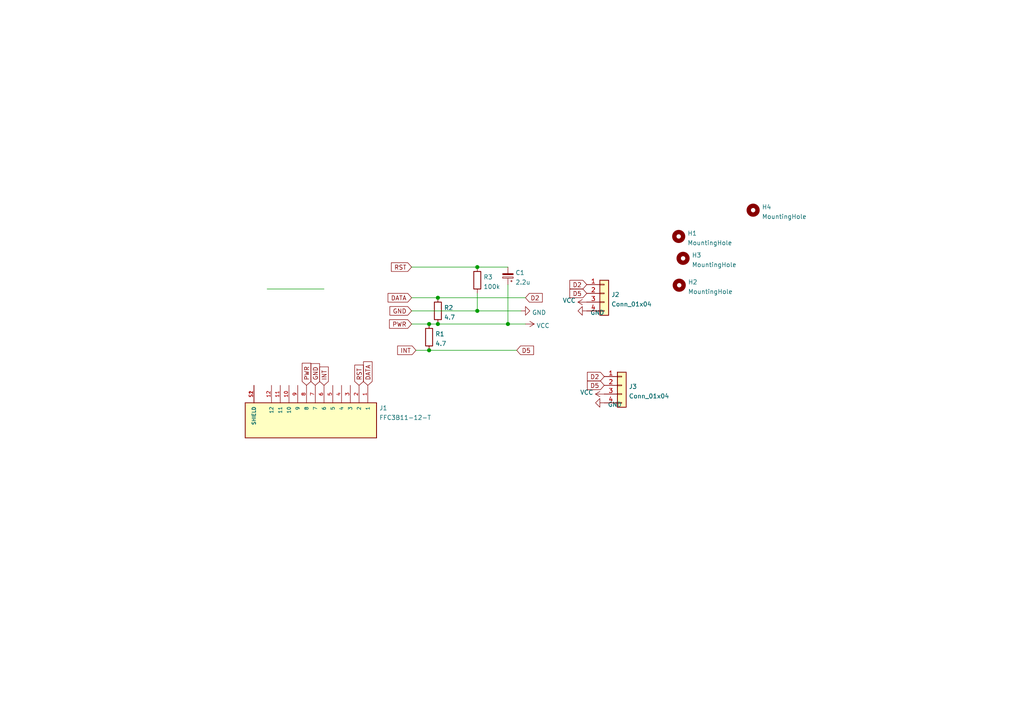
<source format=kicad_sch>
(kicad_sch (version 20210621) (generator eeschema)
  (paper "A4")
  (lib_symbols
    (symbol "Connector_Generic:Conn_01x04" (pin_names (offset 1.016) hide)
      (property "Reference" "J" (at 0 5.08 0))
      (property "Value" "Conn_01x04" (at 0 -7.62 0))
      (symbol "Conn_01x04_1_1"
        (rectangle (start -1.27 -4.953) (end 0 -5.207) (stroke (width 0.1524)))
        (rectangle (start -1.27 -2.413) (end 0 -2.667) (stroke (width 0.1524)))
        (rectangle (start -1.27 0.127) (end 0 -0.127) (stroke (width 0.1524)))
        (rectangle (start -1.27 2.667) (end 0 2.413) (stroke (width 0.1524)))
        (rectangle (start -1.27 3.81) (end 1.27 -6.35) (stroke (width 0.254)) (fill (type background)))
        (pin passive line (at -5.08 2.54 0) (length 3.81) (name "Pin_1") (number "1"))
        (pin passive line (at -5.08 0 0) (length 3.81) (name "Pin_2") (number "2"))
        (pin passive line (at -5.08 -2.54 0) (length 3.81) (name "Pin_3") (number "3"))
        (pin passive line (at -5.08 -5.08 0) (length 3.81) (name "Pin_4") (number "4"))
      )
    )
    (symbol "Device:C_Polarized_Small" (pin_numbers hide) (pin_names (offset 0.254) hide)
      (property "Reference" "C" (at 0.254 1.778 0))
      (property "Value" "C_Polarized_Small" (at 0.254 -2.032 0))
      (symbol "C_Polarized_Small_0_1"
        (rectangle (start -1.524 0.6858) (end 1.524 0.3048))
        (rectangle (start -1.524 -0.3048) (end 1.524 -0.6858) (fill (type outline)))
        (polyline (pts (xy -1.27 1.524) (xy -0.762 1.524)))
        (polyline (pts (xy -1.016 1.27) (xy -1.016 1.778)))
      )
      (symbol "C_Polarized_Small_1_1"
        (pin passive line (at 0 2.54 270) (length 1.8542) (name "~") (number "1"))
        (pin passive line (at 0 -2.54 90) (length 1.8542) (name "~") (number "2"))
      )
    )
    (symbol "Device:R" (pin_numbers hide) (pin_names (offset 0))
      (property "Reference" "R" (at 2.032 0 90))
      (property "Value" "R" (at 0 0 90))
      (symbol "R_0_1"
        (rectangle (start -1.016 -2.54) (end 1.016 2.54) (stroke (width 0.254)))
      )
      (symbol "R_1_1"
        (pin passive line (at 0 3.81 270) (length 1.27) (name "~") (number "1"))
        (pin passive line (at 0 -3.81 90) (length 1.27) (name "~") (number "2"))
      )
    )
    (symbol "FFC3B11-12-T:FFC3B11-12-T" (pin_names (offset 1.016))
      (property "Reference" "J" (at -5.08 18.542 0))
      (property "Value" "FFC3B11-12-T" (at -5.08 -22.86 0))
      (symbol "FFC3B11-12-T_0_0"
        (rectangle (start -5.08 -20.32) (end 5.08 17.78) (stroke (width 0.254)) (fill (type background)))
        (pin passive line (at -10.16 15.24 0) (length 5.08) (name "1") (number "1"))
        (pin passive line (at -10.16 -7.62 0) (length 5.08) (name "10") (number "10"))
        (pin passive line (at -10.16 -10.16 0) (length 5.08) (name "11") (number "11"))
        (pin passive line (at -10.16 -12.7 0) (length 5.08) (name "12") (number "12"))
        (pin passive line (at -10.16 12.7 0) (length 5.08) (name "2") (number "2"))
        (pin passive line (at -10.16 10.16 0) (length 5.08) (name "3") (number "3"))
        (pin passive line (at -10.16 7.62 0) (length 5.08) (name "4") (number "4"))
        (pin passive line (at -10.16 5.08 0) (length 5.08) (name "5") (number "5"))
        (pin passive line (at -10.16 2.54 0) (length 5.08) (name "6") (number "6"))
        (pin passive line (at -10.16 0 0) (length 5.08) (name "7") (number "7"))
        (pin passive line (at -10.16 -2.54 0) (length 5.08) (name "8") (number "8"))
        (pin passive line (at -10.16 -5.08 0) (length 5.08) (name "9") (number "9"))
        (pin passive line (at -10.16 -17.78 0) (length 5.08) (name "SHIELD") (number "S1"))
        (pin passive line (at -10.16 -17.78 0) (length 5.08) (name "SHIELD") (number "S2"))
      )
    )
    (symbol "Mechanical:MountingHole" (pin_names (offset 1.016))
      (property "Reference" "H" (at 0 5.08 0))
      (property "Value" "MountingHole" (at 0 3.175 0))
      (symbol "MountingHole_0_1"
        (circle (center 0 0) (radius 1.27) (stroke (width 1.27)))
      )
    )
    (symbol "power:GND" (power) (pin_names (offset 0))
      (property "Value" "GND" (at 0 -3.81 0))
      (symbol "GND_0_1"
        (polyline (pts (xy 0 0) (xy 0 -1.27) (xy 1.27 -1.27) (xy 0 -2.54) (xy -1.27 -1.27) (xy 0 -1.27)))
      )
      (symbol "GND_1_1"
        (pin power_in line (at 0 0 270) (length 0) hide (name "GND") (number "1"))
      )
    )
    (symbol "power:VCC" (power) (pin_names (offset 0))
      (property "Value" "VCC" (at 0 3.81 0))
      (symbol "VCC_0_1"
        (polyline (pts (xy -0.762 1.27) (xy 0 2.54)))
        (polyline (pts (xy 0 0) (xy 0 2.54)))
        (polyline (pts (xy 0 2.54) (xy 0.762 1.27)))
      )
      (symbol "VCC_1_1"
        (pin power_in line (at 0 0 90) (length 0) hide (name "VCC") (number "1"))
      )
    )
  )
  (junction (at 124.46 93.98) (diameter 1.016))
  (junction (at 124.46 101.6) (diameter 1.016))
  (junction (at 127 86.36) (diameter 1.016))
  (junction (at 127 93.98) (diameter 1.016))
  (junction (at 138.43 77.47) (diameter 1.016))
  (junction (at 138.43 90.17) (diameter 1.016))
  (junction (at 147.32 93.98) (diameter 1.016))
  (wire (pts (xy 77.47 83.82) (xy 93.98 83.82)))
  (wire (pts (xy 119.38 77.47) (xy 138.43 77.47)))
  (wire (pts (xy 119.38 86.36) (xy 127 86.36)))
  (wire (pts (xy 119.38 90.17) (xy 138.43 90.17)))
  (wire (pts (xy 119.38 93.98) (xy 124.46 93.98)))
  (wire (pts (xy 120.65 101.6) (xy 124.46 101.6)))
  (wire (pts (xy 124.46 93.98) (xy 127 93.98)))
  (wire (pts (xy 124.46 101.6) (xy 149.86 101.6)))
  (wire (pts (xy 127 86.36) (xy 152.4 86.36)))
  (wire (pts (xy 127 93.98) (xy 147.32 93.98)))
  (wire (pts (xy 138.43 77.47) (xy 147.32 77.47)))
  (wire (pts (xy 138.43 85.09) (xy 138.43 90.17)))
  (wire (pts (xy 138.43 90.17) (xy 151.13 90.17)))
  (wire (pts (xy 147.32 82.55) (xy 147.32 93.98)))
  (wire (pts (xy 147.32 93.98) (xy 152.4 93.98)))
  (global_label "PWR" (shape input) (at 88.9 111.76 90) (property "Intersheet References" "${INTERSHEET_REFS}" (effects hide)))
  (global_label "GND" (shape input) (at 91.44 111.76 90) (property "Intersheet References" "${INTERSHEET_REFS}" (effects hide)))
  (global_label "INT" (shape input) (at 93.98 111.76 90) (property "Intersheet References" "${INTERSHEET_REFS}" (effects hide)))
  (global_label "RST" (shape input) (at 104.14 111.76 90) (property "Intersheet References" "${INTERSHEET_REFS}" (effects hide)))
  (global_label "DATA" (shape input) (at 106.68 111.76 90) (property "Intersheet References" "${INTERSHEET_REFS}" (effects hide)))
  (global_label "RST" (shape input) (at 119.38 77.47 180) (property "Intersheet References" "${INTERSHEET_REFS}" (effects hide)))
  (global_label "DATA" (shape input) (at 119.38 86.36 180) (property "Intersheet References" "${INTERSHEET_REFS}" (effects hide)))
  (global_label "GND" (shape input) (at 119.38 90.17 180) (property "Intersheet References" "${INTERSHEET_REFS}" (effects hide)))
  (global_label "PWR" (shape input) (at 119.38 93.98 180) (property "Intersheet References" "${INTERSHEET_REFS}" (effects hide)))
  (global_label "INT" (shape input) (at 120.65 101.6 180) (property "Intersheet References" "${INTERSHEET_REFS}" (effects hide)))
  (global_label "D5" (shape input) (at 149.86 101.6 0) (property "Intersheet References" "${INTERSHEET_REFS}" (effects hide)))
  (global_label "D2" (shape input) (at 152.4 86.36 0) (property "Intersheet References" "${INTERSHEET_REFS}" (effects hide)))
  (global_label "D2" (shape input) (at 170.18 82.55 180) (property "Intersheet References" "${INTERSHEET_REFS}" (effects hide)))
  (global_label "D5" (shape input) (at 170.18 85.09 180) (property "Intersheet References" "${INTERSHEET_REFS}" (effects hide)))
  (global_label "D2" (shape input) (at 175.26 109.22 180) (property "Intersheet References" "${INTERSHEET_REFS}" (effects hide)))
  (global_label "D5" (shape input) (at 175.26 111.76 180) (property "Intersheet References" "${INTERSHEET_REFS}" (effects hide)))
  (symbol (lib_id "power:VCC") (at 152.4 93.98 270) (unit 1)
    (property "Reference" "#PWR02" (effects hide))
    (property "Value" "VCC" (at 155.5751 94.459 90) (effects (justify left)))
  )
  (symbol (lib_id "power:VCC") (at 170.18 87.63 90) (unit 1)
    (property "Reference" "#PWR03" (effects hide))
    (property "Value" "VCC" (at 167.0049 87.151 90) (effects (justify left)))
  )
  (symbol (lib_id "power:VCC") (at 175.26 114.3 90) (unit 1)
    (property "Reference" "#PWR05" (effects hide))
    (property "Value" "VCC" (at 172.0849 113.821 90) (effects (justify left)))
  )
  (symbol (lib_id "power:GND") (at 151.13 90.17 90) (unit 1)
    (property "Reference" "#PWR01" (effects hide))
    (property "Value" "GND" (at 154.3051 90.649 90) (effects (justify right)))
  )
  (symbol (lib_id "power:GND") (at 170.18 90.17 270) (unit 1)
    (property "Reference" "#PWR04" (effects hide))
    (property "Value" "GND" (at 171.1961 90.649 90) (effects (justify left)))
  )
  (symbol (lib_id "power:GND") (at 175.26 116.84 270) (unit 1)
    (property "Reference" "#PWR06" (effects hide))
    (property "Value" "GND" (at 176.2761 117.319 90) (effects (justify left)))
  )
  (symbol (lib_id "Mechanical:MountingHole") (at 196.85 68.58 0) (unit 1)
    (property "Reference" "H1" (at 199.3901 67.6715 0) (effects (justify left)))
    (property "Value" "MountingHole" (at 199.3901 70.4466 0) (effects (justify left)))
    (property "Footprint" "MountingHole:MountingHole_2.2mm_M2" (effects hide))
  )
  (symbol (lib_id "Mechanical:MountingHole") (at 197.0041 82.7261 0) (unit 1)
    (property "Reference" "H2" (at 199.5442 81.8176 0) (effects (justify left)))
    (property "Value" "MountingHole" (at 199.5442 84.5927 0) (effects (justify left)))
    (property "Footprint" "MountingHole:MountingHole_2.2mm_M2" (effects hide))
  )
  (symbol (lib_id "Mechanical:MountingHole") (at 198.12 74.93 0) (unit 1)
    (property "Reference" "H3" (at 200.6601 74.0215 0) (effects (justify left)))
    (property "Value" "MountingHole" (at 200.6601 76.7966 0) (effects (justify left)))
    (property "Footprint" "MountingHole:MountingHole_2.2mm_M2" (effects hide))
  )
  (symbol (lib_id "Mechanical:MountingHole") (at 218.44 60.96 0) (unit 1)
    (property "Reference" "H4" (at 220.9801 60.0515 0) (effects (justify left)))
    (property "Value" "MountingHole" (at 220.9801 62.8266 0) (effects (justify left)))
    (property "Footprint" "MountingHole:MountingHole_2.2mm_M2" (effects hide))
  )
  (symbol (lib_id "Device:C_Polarized_Small") (at 147.32 80.01 180) (unit 1)
    (property "Reference" "C1" (at 149.4791 79.1015 0) (effects (justify right)))
    (property "Value" "2.2u" (at 149.4791 81.8766 0) (effects (justify right)))
    (property "Footprint" "Capacitor_SMD:C_0805_2012Metric_Pad1.18x1.45mm_HandSolder" (effects hide))
  )
  (symbol (lib_id "Device:R") (at 124.46 97.79 0) (unit 1)
    (property "Reference" "R1" (at 126.2381 96.8815 0) (effects (justify left)))
    (property "Value" "4.7" (at 126.2381 99.6566 0) (effects (justify left)))
    (property "Footprint" "Resistor_SMD:R_0805_2012Metric_Pad1.20x1.40mm_HandSolder" (effects hide))
  )
  (symbol (lib_id "Device:R") (at 127 90.17 0) (unit 1)
    (property "Reference" "R2" (at 128.7781 89.2615 0) (effects (justify left)))
    (property "Value" "4.7" (at 128.7781 92.0366 0) (effects (justify left)))
    (property "Footprint" "Resistor_SMD:R_0805_2012Metric_Pad1.20x1.40mm_HandSolder" (effects hide))
  )
  (symbol (lib_id "Device:R") (at 138.43 81.28 0) (unit 1)
    (property "Reference" "R3" (at 140.2081 80.3715 0) (effects (justify left)))
    (property "Value" "100k" (at 140.2081 83.1466 0) (effects (justify left)))
    (property "Footprint" "Resistor_SMD:R_0805_2012Metric_Pad1.20x1.40mm_HandSolder" (effects hide))
  )
  (symbol (lib_id "Connector_Generic:Conn_01x04") (at 175.26 85.09 0) (unit 1)
    (property "Reference" "J2" (at 177.2921 85.4515 0) (effects (justify left)))
    (property "Value" "Conn_01x04" (at 177.2921 88.2266 0) (effects (justify left)))
    (property "Footprint" "Connector_PinHeader_2.54mm:PinHeader_1x04_P2.54mm_Vertical" (effects hide))
  )
  (symbol (lib_id "Connector_Generic:Conn_01x04") (at 180.34 111.76 0) (unit 1)
    (property "Reference" "J3" (at 182.3721 112.1215 0) (effects (justify left)))
    (property "Value" "Conn_01x04" (at 182.3721 114.8966 0) (effects (justify left)))
    (property "Footprint" "Connector_PinHeader_2.54mm:PinHeader_1x04_P2.54mm_Vertical" (effects hide))
  )
  (symbol (lib_id "FFC3B11-12-T:FFC3B11-12-T") (at 91.44 121.92 270) (unit 1)
    (property "Reference" "J1" (at 109.9821 118.3445 90) (effects (justify left)))
    (property "Value" "FFC3B11-12-T" (at 109.9821 121.1196 90) (effects (justify left)))
    (property "Footprint" "FFC3B11-12-T:GCT_FFC3B11-12-T" (effects hide))
    (property "PARTREV" "A" (effects hide))
    (property "STANDARD" "Manufacturer Recommendations" (effects hide))
    (property "MANUFACTURER" "GCT" (effects hide))
    (property "MAXIMUM_PACKAGE_HEIGHT" "2.5mm" (effects hide))
  )
)
</source>
